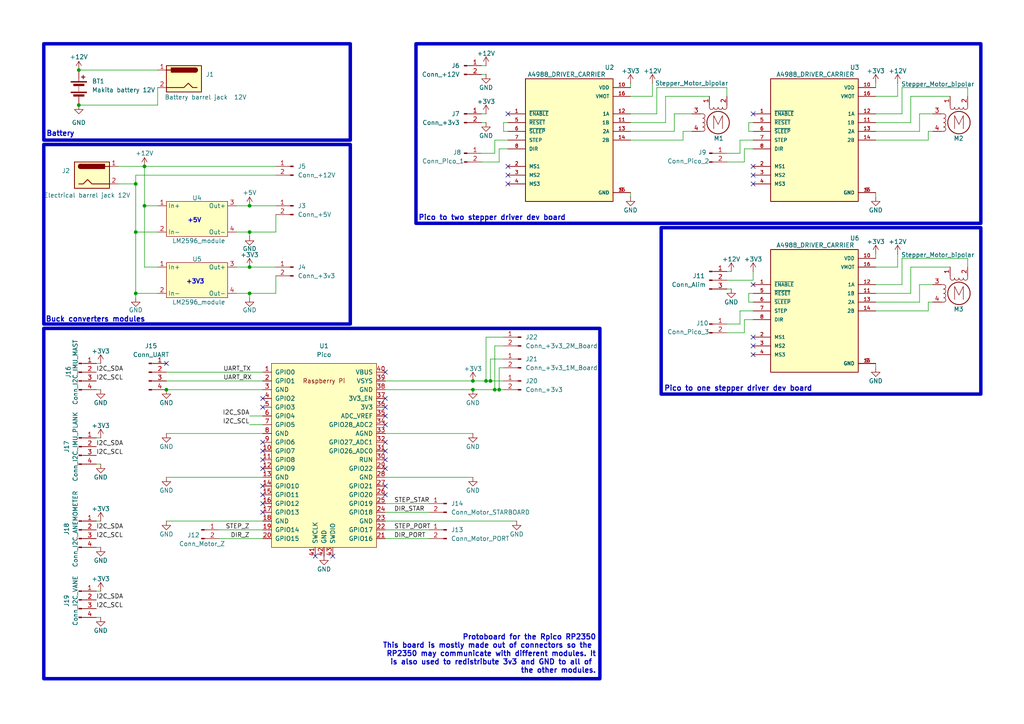
<source format=kicad_sch>
(kicad_sch (version 20231120) (generator "eeschema") (generator_version "8.0")
  (paper "A4")
  (title_block (title "Aeris control electrical schematic") (date "2025-02-23") (rev "Rev. 1.0") (company "Université de Sherbrooke") (comment 1 "Génie robotique, Cohorte 69") (comment 2 "Team nb.5"))
  (lib_symbols
    (symbol "A4988:A4988_STEPPER_MOTOR_DRIVER_CARRIER" (pin_names (offset 1.016))
      (property "Reference" "U" (at -12.7 19.05 0))
      (property "Value" "A4988_STEPPER_MOTOR_DRIVER_CARRIER" (at -12.7 -21.59 0))
      (symbol "A4988_STEPPER_MOTOR_DRIVER_CARRIER_0_0"
        (rectangle (start -12.7 -17.78) (end 12.7 17.78) (stroke (width 0.254)) (fill (type background)))
        (pin input line (at -17.78 7.62 0) (length 5.08) (name "~{ENABLE}") (number "1"))
        (pin power_in line (at 17.78 15.24 180) (length 5.08) (name "VDD") (number "10"))
        (pin output line (at 17.78 5.08 180) (length 5.08) (name "1B") (number "11"))
        (pin output line (at 17.78 7.62 180) (length 5.08) (name "1A") (number "12"))
        (pin output line (at 17.78 2.54 180) (length 5.08) (name "2A") (number "13"))
        (pin output line (at 17.78 0 180) (length 5.08) (name "2B") (number "14"))
        (pin power_in line (at 17.78 -15.24 180) (length 5.08) (name "GND") (number "15"))
        (pin power_in line (at 17.78 12.7 180) (length 5.08) (name "VMOT") (number "16"))
        (pin input line (at -17.78 -7.62 0) (length 5.08) (name "MS1") (number "2"))
        (pin input line (at -17.78 -10.16 0) (length 5.08) (name "MS2") (number "3"))
        (pin input line (at -17.78 -12.7 0) (length 5.08) (name "MS3") (number "4"))
        (pin input line (at -17.78 5.08 0) (length 5.08) (name "~{RESET}") (number "5"))
        (pin input line (at -17.78 2.54 0) (length 5.08) (name "~{SLEEP}") (number "6"))
        (pin input line (at -17.78 0 0) (length 5.08) (name "STEP") (number "7"))
        (pin input line (at -17.78 -2.54 0) (length 5.08) (name "DIR") (number "8"))
        (pin power_in line (at 17.78 -15.24 180) (length 5.08) (name "GND") (number "9"))
      )
    )
    (symbol "Buck_converter_modules:LM2596_Module"
      (property "Reference" "U" (at 0 4.318 0))
      (symbol "LM2596_Module_0_1"
        (rectangle (start -8.89 2.54) (end 8.89 -7.62) (fill (type background)))
      )
      (symbol "LM2596_Module_1_1"
        (pin power_in line (at -11.43 1.27 0) (length 2.54) (name "In+") (number "1"))
        (pin power_in line (at -11.43 -6.35 0) (length 2.54) (name "In-") (number "2"))
        (pin power_out line (at 11.43 1.27 180) (length 2.54) (name "Out+") (number "3"))
        (pin power_out line (at 11.43 -6.35 180) (length 2.54) (name "Out-") (number "4"))
      )
    )
    (symbol "Connector:Barrel_Jack" (pin_names (offset 1.016))
      (property "Reference" "J" (at 0 5.334 0))
      (property "Value" "Barrel_Jack" (at 0 -5.08 0))
      (symbol "Barrel_Jack_0_1"
        (rectangle (start -5.08 3.81) (end 5.08 -3.81) (stroke (width 0.254)) (fill (type background)))
        (arc (start -3.302 3.175) (mid -3.9343 2.54) (end -3.302 1.905) (stroke (width 0.254)))
        (arc (start -3.302 3.175) (mid -3.9343 2.54) (end -3.302 1.905) (stroke (width 0.254)) (fill (type outline)))
        (polyline (pts (xy 5.08 2.54) (xy 3.81 2.54)) (stroke (width 0.254)))
        (polyline (pts (xy -3.81 -2.54) (xy -2.54 -2.54) (xy -1.27 -1.27) (xy 0 -2.54) (xy 2.54 -2.54) (xy 5.08 -2.54)) (stroke (width 0.254)))
        (rectangle (start 3.683 3.175) (end -3.302 1.905) (stroke (width 0.254)) (fill (type outline)))
      )
      (symbol "Barrel_Jack_1_1"
        (pin passive line (at 7.62 2.54 180) (length 2.54) (name "~") (number "1"))
        (pin passive line (at 7.62 -2.54 180) (length 2.54) (name "~") (number "2"))
      )
    )
    (symbol "Connector:Conn_01x02_Pin" (pin_names (offset 1.016) hide)
      (property "Reference" "J" (at 0 2.54 0))
      (property "Value" "Conn_01x02_Pin" (at 0 -5.08 0))
      (symbol "Conn_01x02_Pin_1_1"
        (polyline (pts (xy 1.27 -2.54) (xy 0.8636 -2.54)) (stroke (width 0.1524)))
        (polyline (pts (xy 1.27 0) (xy 0.8636 0)) (stroke (width 0.1524)))
        (rectangle (start 0.8636 -2.413) (end 0 -2.667) (stroke (width 0.1524)) (fill (type outline)))
        (rectangle (start 0.8636 0.127) (end 0 -0.127) (stroke (width 0.1524)) (fill (type outline)))
        (pin passive line (at 5.08 0 180) (length 3.81) (name "Pin_1") (number "1"))
        (pin passive line (at 5.08 -2.54 180) (length 3.81) (name "Pin_2") (number "2"))
      )
    )
    (symbol "Connector:Conn_01x03_Pin" (pin_names (offset 1.016) hide)
      (property "Reference" "J" (at 0 5.08 0))
      (property "Value" "Conn_01x03_Pin" (at 0 -5.08 0))
      (symbol "Conn_01x03_Pin_1_1"
        (polyline (pts (xy 1.27 -2.54) (xy 0.8636 -2.54)) (stroke (width 0.1524)))
        (polyline (pts (xy 1.27 0) (xy 0.8636 0)) (stroke (width 0.1524)))
        (polyline (pts (xy 1.27 2.54) (xy 0.8636 2.54)) (stroke (width 0.1524)))
        (rectangle (start 0.8636 -2.413) (end 0 -2.667) (stroke (width 0.1524)) (fill (type outline)))
        (rectangle (start 0.8636 0.127) (end 0 -0.127) (stroke (width 0.1524)) (fill (type outline)))
        (rectangle (start 0.8636 2.667) (end 0 2.413) (stroke (width 0.1524)) (fill (type outline)))
        (pin passive line (at 5.08 2.54 180) (length 3.81) (name "Pin_1") (number "1"))
        (pin passive line (at 5.08 0 180) (length 3.81) (name "Pin_2") (number "2"))
        (pin passive line (at 5.08 -2.54 180) (length 3.81) (name "Pin_3") (number "3"))
      )
    )
    (symbol "Connector:Conn_01x04_Pin" (pin_names (offset 1.016) hide)
      (property "Reference" "J" (at 0 5.08 0))
      (property "Value" "Conn_01x04_Pin" (at 0 -7.62 0))
      (symbol "Conn_01x04_Pin_1_1"
        (polyline (pts (xy 1.27 -5.08) (xy 0.8636 -5.08)) (stroke (width 0.1524)))
        (polyline (pts (xy 1.27 -2.54) (xy 0.8636 -2.54)) (stroke (width 0.1524)))
        (polyline (pts (xy 1.27 0) (xy 0.8636 0)) (stroke (width 0.1524)))
        (polyline (pts (xy 1.27 2.54) (xy 0.8636 2.54)) (stroke (width 0.1524)))
        (rectangle (start 0.8636 -4.953) (end 0 -5.207) (stroke (width 0.1524)) (fill (type outline)))
        (rectangle (start 0.8636 -2.413) (end 0 -2.667) (stroke (width 0.1524)) (fill (type outline)))
        (rectangle (start 0.8636 0.127) (end 0 -0.127) (stroke (width 0.1524)) (fill (type outline)))
        (rectangle (start 0.8636 2.667) (end 0 2.413) (stroke (width 0.1524)) (fill (type outline)))
        (pin passive line (at 5.08 2.54 180) (length 3.81) (name "Pin_1") (number "1"))
        (pin passive line (at 5.08 0 180) (length 3.81) (name "Pin_2") (number "2"))
        (pin passive line (at 5.08 -2.54 180) (length 3.81) (name "Pin_3") (number "3"))
        (pin passive line (at 5.08 -5.08 180) (length 3.81) (name "Pin_4") (number "4"))
      )
    )
    (symbol "Device:Battery" (pin_numbers hide) (pin_names (offset 0) hide)
      (property "Reference" "BT" (at 2.54 2.54 0))
      (property "Value" "Battery" (at 2.54 0 0))
      (symbol "Battery_0_1"
        (rectangle (start -2.286 -1.27) (end 2.286 -1.524) (fill (type outline)))
        (rectangle (start -2.286 1.778) (end 2.286 1.524) (fill (type outline)))
        (rectangle (start -1.524 -2.032) (end 1.524 -2.54) (fill (type outline)))
        (rectangle (start -1.524 1.016) (end 1.524 0.508) (fill (type outline)))
        (polyline (pts (xy 0 -1.016) (xy 0 -0.762)))
        (polyline (pts (xy 0 -0.508) (xy 0 -0.254)))
        (polyline (pts (xy 0 0) (xy 0 0.254)))
        (polyline (pts (xy 0 1.778) (xy 0 2.54)))
        (polyline (pts (xy 0.762 3.048) (xy 1.778 3.048)) (stroke (width 0.254)))
        (polyline (pts (xy 1.27 3.556) (xy 1.27 2.54)) (stroke (width 0.254)))
      )
      (symbol "Battery_1_1"
        (pin passive line (at 0 5.08 270) (length 2.54) (name "+") (number "1"))
        (pin passive line (at 0 -5.08 90) (length 2.54) (name "-") (number "2"))
      )
    )
    (symbol "Motor:Stepper_Motor_bipolar" (pin_names (offset 0) hide)
      (property "Reference" "M" (at 3.81 2.54 0))
      (property "Value" "Stepper_Motor_bipolar" (at 3.81 1.27 0))
      (symbol "Stepper_Motor_bipolar_0_0"
        (polyline (pts (xy -1.27 -1.778) (xy -1.27 2.032) (xy 0 -0.508) (xy 1.27 2.032) (xy 1.27 -1.778)))
      )
      (symbol "Stepper_Motor_bipolar_0_1"
        (arc (start -4.445 -2.54) (mid -3.8127 -1.905) (end -4.445 -1.27))
        (arc (start -4.445 -1.27) (mid -3.8127 -0.635) (end -4.445 0))
        (arc (start -4.445 0) (mid -3.8127 0.635) (end -4.445 1.27))
        (arc (start -4.445 1.27) (mid -3.8127 1.905) (end -4.445 2.54))
        (arc (start -2.54 4.445) (mid -1.905 3.8127) (end -1.27 4.445))
        (arc (start -1.27 4.445) (mid -0.635 3.8127) (end 0 4.445))
        (polyline (pts (xy -5.08 -2.54) (xy -4.445 -2.54)))
        (polyline (pts (xy -5.08 2.54) (xy -4.445 2.54)))
        (polyline (pts (xy -2.54 5.08) (xy -2.54 4.445)))
        (polyline (pts (xy 2.54 5.08) (xy 2.54 4.445)))
        (circle (center 0 0) (radius 3.2512) (stroke (width 0.254)))
        (arc (start 0 4.445) (mid 0.635 3.8127) (end 1.27 4.445))
        (arc (start 1.27 4.445) (mid 1.905 3.8127) (end 2.54 4.445))
      )
      (symbol "Stepper_Motor_bipolar_1_1"
        (pin passive line (at -2.54 7.62 270) (length 2.54) (name "~") (number "1"))
        (pin passive line (at 2.54 7.62 270) (length 2.54) (name "-") (number "2"))
        (pin passive line (at -7.62 2.54 0) (length 2.54) (name "~") (number "3"))
        (pin passive line (at -7.62 -2.54 0) (length 2.54) (name "~") (number "4"))
      )
    )
    (symbol "RPico:Pico" (pin_names (offset 1.016))
      (property "Reference" "U" (at -13.97 27.94 0))
      (property "Value" "Pico" (at 0 19.05 0))
      (symbol "Pico_0_0"
        (text "Raspberry Pi" (at 0 21.59 0) (effects (font (size 1.27 1.27))))
      )
      (symbol "Pico_0_1"
        (rectangle (start -15.24 26.67) (end 15.24 -26.67) (fill (type background)))
      )
      (symbol "Pico_1_1"
        (pin bidirectional line (at -17.78 24.13 0) (length 2.54) (name "GPIO0") (number "1"))
        (pin bidirectional line (at -17.78 1.27 0) (length 2.54) (name "GPIO7") (number "10"))
        (pin bidirectional line (at -17.78 -1.27 0) (length 2.54) (name "GPIO8") (number "11"))
        (pin bidirectional line (at -17.78 -3.81 0) (length 2.54) (name "GPIO9") (number "12"))
        (pin power_in line (at -17.78 -6.35 0) (length 2.54) (name "GND") (number "13"))
        (pin bidirectional line (at -17.78 -8.89 0) (length 2.54) (name "GPIO10") (number "14"))
        (pin bidirectional line (at -17.78 -11.43 0) (length 2.54) (name "GPIO11") (number "15"))
        (pin bidirectional line (at -17.78 -13.97 0) (length 2.54) (name "GPIO12") (number "16"))
        (pin bidirectional line (at -17.78 -16.51 0) (length 2.54) (name "GPIO13") (number "17"))
        (pin power_in line (at -17.78 -19.05 0) (length 2.54) (name "GND") (number "18"))
        (pin bidirectional line (at -17.78 -21.59 0) (length 2.54) (name "GPIO14") (number "19"))
        (pin bidirectional line (at -17.78 21.59 0) (length 2.54) (name "GPIO1") (number "2"))
        (pin bidirectional line (at -17.78 -24.13 0) (length 2.54) (name "GPIO15") (number "20"))
        (pin bidirectional line (at 17.78 -24.13 180) (length 2.54) (name "GPIO16") (number "21"))
        (pin bidirectional line (at 17.78 -21.59 180) (length 2.54) (name "GPIO17") (number "22"))
        (pin power_in line (at 17.78 -19.05 180) (length 2.54) (name "GND") (number "23"))
        (pin bidirectional line (at 17.78 -16.51 180) (length 2.54) (name "GPIO18") (number "24"))
        (pin bidirectional line (at 17.78 -13.97 180) (length 2.54) (name "GPIO19") (number "25"))
        (pin bidirectional line (at 17.78 -11.43 180) (length 2.54) (name "GPIO20") (number "26"))
        (pin bidirectional line (at 17.78 -8.89 180) (length 2.54) (name "GPIO21") (number "27"))
        (pin power_in line (at 17.78 -6.35 180) (length 2.54) (name "GND") (number "28"))
        (pin bidirectional line (at 17.78 -3.81 180) (length 2.54) (name "GPIO22") (number "29"))
        (pin power_in line (at -17.78 19.05 0) (length 2.54) (name "GND") (number "3"))
        (pin input line (at 17.78 -1.27 180) (length 2.54) (name "RUN") (number "30"))
        (pin bidirectional line (at 17.78 1.27 180) (length 2.54) (name "GPIO26_ADC0") (number "31"))
        (pin bidirectional line (at 17.78 3.81 180) (length 2.54) (name "GPIO27_ADC1") (number "32"))
        (pin power_in line (at 17.78 6.35 180) (length 2.54) (name "AGND") (number "33"))
        (pin bidirectional line (at 17.78 8.89 180) (length 2.54) (name "GPIO28_ADC2") (number "34"))
        (pin unspecified line (at 17.78 11.43 180) (length 2.54) (name "ADC_VREF") (number "35"))
        (pin unspecified line (at 17.78 13.97 180) (length 2.54) (name "3V3") (number "36"))
        (pin input line (at 17.78 16.51 180) (length 2.54) (name "3V3_EN") (number "37"))
        (pin bidirectional line (at 17.78 19.05 180) (length 2.54) (name "GND") (number "38"))
        (pin unspecified line (at 17.78 21.59 180) (length 2.54) (name "VSYS") (number "39"))
        (pin bidirectional line (at -17.78 16.51 0) (length 2.54) (name "GPIO2") (number "4"))
        (pin unspecified line (at 17.78 24.13 180) (length 2.54) (name "VBUS") (number "40"))
        (pin input line (at -2.54 -29.21 90) (length 2.54) (name "SWCLK") (number "41"))
        (pin power_in line (at 0 -29.21 90) (length 2.54) (name "GND") (number "42"))
        (pin bidirectional line (at 2.54 -29.21 90) (length 2.54) (name "SWDIO") (number "43"))
        (pin bidirectional line (at -17.78 13.97 0) (length 2.54) (name "GPIO3") (number "5"))
        (pin bidirectional line (at -17.78 11.43 0) (length 2.54) (name "GPIO4") (number "6"))
        (pin bidirectional line (at -17.78 8.89 0) (length 2.54) (name "GPIO5") (number "7"))
        (pin power_in line (at -17.78 6.35 0) (length 2.54) (name "GND") (number "8"))
        (pin bidirectional line (at -17.78 3.81 0) (length 2.54) (name "GPIO6") (number "9"))
      )
    )
    (symbol "power:+12V" (power) (pin_numbers hide) (pin_names (offset 0) hide)
      (property "Value" "+12V" (at 0 3.556 0))
      (symbol "+12V_0_1"
        (polyline (pts (xy -0.762 1.27) (xy 0 2.54)))
        (polyline (pts (xy 0 0) (xy 0 2.54)))
        (polyline (pts (xy 0 2.54) (xy 0.762 1.27)))
      )
      (symbol "+12V_1_1"
        (pin power_in line (at 0 0 90) (length 0) (name "~") (number "1"))
      )
    )
    (symbol "power:+3V3" (power) (pin_numbers hide) (pin_names (offset 0) hide)
      (property "Value" "+3V3" (at 0 3.556 0))
      (symbol "+3V3_0_1"
        (polyline (pts (xy -0.762 1.27) (xy 0 2.54)))
        (polyline (pts (xy 0 0) (xy 0 2.54)))
        (polyline (pts (xy 0 2.54) (xy 0.762 1.27)))
      )
      (symbol "+3V3_1_1"
        (pin power_in line (at 0 0 90) (length 0) (name "~") (number "1"))
      )
    )
    (symbol "power:+5V" (power) (pin_numbers hide) (pin_names (offset 0) hide)
      (property "Value" "+5V" (at 0 3.556 0))
      (symbol "+5V_0_1"
        (polyline (pts (xy -0.762 1.27) (xy 0 2.54)))
        (polyline (pts (xy 0 0) (xy 0 2.54)))
        (polyline (pts (xy 0 2.54) (xy 0.762 1.27)))
      )
      (symbol "+5V_1_1"
        (pin power_in line (at 0 0 90) (length 0) (name "~") (number "1"))
      )
    )
    (symbol "power:GND" (power) (pin_numbers hide) (pin_names (offset 0) hide)
      (property "Value" "GND" (at 0 -3.81 0))
      (symbol "GND_0_1"
        (polyline (pts (xy 0 0) (xy 0 -1.27) (xy 1.27 -1.27) (xy 0 -2.54) (xy -1.27 -1.27) (xy 0 -1.27)))
      )
      (symbol "GND_1_1"
        (pin power_in line (at 0 0 270) (length 0) (name "~") (number "1"))
      )
    )
  )
  (junction (at 39.37 67.31))
  (junction (at 48.26 113.03))
  (junction (at 137.16 113.03))
  (junction (at 142.24 110.49))
  (junction (at 144.78 113.03))
  (junction (at 72.39 59.69))
  (junction (at 137.16 110.49))
  (junction (at 22.86 20.32))
  (junction (at 39.37 85.09))
  (junction (at 72.39 67.31))
  (junction (at 143.51 113.03))
  (junction (at 41.91 48.26))
  (junction (at 39.37 53.34))
  (junction (at 22.86 30.48))
  (junction (at 41.91 59.69))
  (junction (at 72.39 77.47))
  (junction (at 140.97 110.49))
  (junction (at 72.39 85.09))
  (no_connect (at 147.32 50.8))
  (no_connect (at 76.2 146.05))
  (no_connect (at 76.2 115.57))
  (no_connect (at 218.44 102.87))
  (no_connect (at 111.76 120.65))
  (no_connect (at 48.26 105.41))
  (no_connect (at 111.76 115.57))
  (no_connect (at 111.76 133.35))
  (no_connect (at 218.44 53.34))
  (no_connect (at 111.76 107.95))
  (no_connect (at 218.44 97.79))
  (no_connect (at 111.76 130.81))
  (no_connect (at 76.2 135.89))
  (no_connect (at 111.76 118.11))
  (no_connect (at 76.2 133.35))
  (no_connect (at 111.76 128.27))
  (no_connect (at 91.44 161.29))
  (no_connect (at 111.76 135.89))
  (no_connect (at 111.76 140.97))
  (no_connect (at 147.32 48.26))
  (no_connect (at 76.2 118.11))
  (no_connect (at 218.44 33.02))
  (no_connect (at 147.32 33.02))
  (no_connect (at 96.52 161.29))
  (no_connect (at 218.44 48.26))
  (no_connect (at 76.2 143.51))
  (no_connect (at 218.44 100.33))
  (no_connect (at 111.76 143.51))
  (no_connect (at 218.44 82.55))
  (no_connect (at 76.2 148.59))
  (no_connect (at 111.76 123.19))
  (no_connect (at 76.2 128.27))
  (no_connect (at 76.2 130.81))
  (no_connect (at 147.32 53.34))
  (no_connect (at 76.2 140.97))
  (no_connect (at 218.44 50.8))
  (wire (pts (xy 264.16 85.09) (xy 264.16 77.47)))
  (wire (pts (xy 146.05 97.79) (xy 140.97 97.79)))
  (wire (pts (xy 41.91 59.69) (xy 45.72 59.69)))
  (wire (pts (xy 142.24 110.49) (xy 146.05 110.49)))
  (wire (pts (xy 217.17 38.1) (xy 218.44 38.1)))
  (wire (pts (xy 261.62 82.55) (xy 261.62 74.93)))
  (wire (pts (xy 210.82 44.45) (xy 214.63 44.45)))
  (wire (pts (xy 214.63 44.45) (xy 214.63 40.64)))
  (wire (pts (xy 254 85.09) (xy 264.16 85.09)))
  (wire (pts (xy 137.16 125.73) (xy 111.76 125.73)))
  (wire (pts (xy 39.37 85.09) (xy 45.72 85.09)))
  (wire (pts (xy 190.5 25.4) (xy 210.82 25.4)))
  (wire (pts (xy 111.76 156.21) (xy 124.46 156.21)))
  (wire (pts (xy 182.88 57.15) (xy 182.88 55.88)))
  (wire (pts (xy 137.16 113.03) (xy 111.76 113.03)))
  (wire (pts (xy 34.29 53.34) (xy 39.37 53.34)))
  (wire (pts (xy 72.39 120.65) (xy 76.2 120.65)))
  (wire (pts (xy 210.82 93.98) (xy 214.63 93.98)))
  (wire (pts (xy 68.58 85.09) (xy 72.39 85.09)))
  (wire (pts (xy 80.01 50.8) (xy 39.37 50.8)))
  (wire (pts (xy 72.39 85.09) (xy 80.01 85.09)))
  (wire (pts (xy 269.24 90.17) (xy 269.24 87.63)))
  (wire (pts (xy 280.67 74.93) (xy 280.67 77.47)))
  (wire (pts (xy 210.82 78.74) (xy 212.09 78.74)))
  (wire (pts (xy 264.16 35.56) (xy 264.16 27.94)))
  (wire (pts (xy 72.39 123.19) (xy 76.2 123.19)))
  (wire (pts (xy 182.88 27.94) (xy 189.23 27.94)))
  (wire (pts (xy 146.05 104.14) (xy 142.24 104.14)))
  (wire (pts (xy 210.82 46.99) (xy 215.9 46.99)))
  (wire (pts (xy 269.24 38.1) (xy 270.51 38.1)))
  (wire (pts (xy 144.78 43.18) (xy 147.32 43.18)))
  (wire (pts (xy 198.12 40.64) (xy 198.12 38.1)))
  (wire (pts (xy 48.26 110.49) (xy 76.2 110.49)))
  (wire (pts (xy 68.58 67.31) (xy 72.39 67.31)))
  (wire (pts (xy 182.88 24.13) (xy 182.88 25.4)))
  (wire (pts (xy 254 73.66) (xy 254 74.93)))
  (wire (pts (xy 72.39 86.36) (xy 72.39 85.09)))
  (wire (pts (xy 254 27.94) (xy 260.35 27.94)))
  (wire (pts (xy 137.16 110.49) (xy 140.97 110.49)))
  (wire (pts (xy 63.5 153.67) (xy 76.2 153.67)))
  (wire (pts (xy 143.51 40.64) (xy 147.32 40.64)))
  (wire (pts (xy 22.86 30.48) (xy 45.72 30.48)))
  (wire (pts (xy 48.26 138.43) (xy 76.2 138.43)))
  (wire (pts (xy 182.88 33.02) (xy 190.5 33.02)))
  (wire (pts (xy 143.51 113.03) (xy 144.78 113.03)))
  (wire (pts (xy 269.24 40.64) (xy 269.24 38.1)))
  (wire (pts (xy 215.9 96.52) (xy 215.9 92.71)))
  (wire (pts (xy 260.35 27.94) (xy 260.35 24.13)))
  (wire (pts (xy 147.32 35.56) (xy 146.05 35.56)))
  (wire (pts (xy 34.29 48.26) (xy 41.91 48.26)))
  (wire (pts (xy 137.16 113.03) (xy 143.51 113.03)))
  (wire (pts (xy 218.44 81.28) (xy 218.44 78.74)))
  (wire (pts (xy 143.51 44.45) (xy 143.51 40.64)))
  (wire (pts (xy 254 35.56) (xy 264.16 35.56)))
  (wire (pts (xy 264.16 27.94) (xy 275.59 27.94)))
  (wire (pts (xy 218.44 35.56) (xy 217.17 35.56)))
  (wire (pts (xy 254 40.64) (xy 269.24 40.64)))
  (wire (pts (xy 143.51 100.33) (xy 143.51 113.03)))
  (wire (pts (xy 217.17 85.09) (xy 217.17 87.63)))
  (wire (pts (xy 193.04 27.94) (xy 205.74 27.94)))
  (wire (pts (xy 27.94 105.41) (xy 29.21 105.41)))
  (wire (pts (xy 139.7 44.45) (xy 143.51 44.45)))
  (wire (pts (xy 215.9 46.99) (xy 215.9 43.18)))
  (wire (pts (xy 72.39 59.69) (xy 80.01 59.69)))
  (wire (pts (xy 260.35 77.47) (xy 260.35 73.66)))
  (wire (pts (xy 27.94 113.03) (xy 29.21 113.03)))
  (wire (pts (xy 193.04 35.56) (xy 193.04 27.94)))
  (wire (pts (xy 27.94 134.62) (xy 29.21 134.62)))
  (wire (pts (xy 182.88 40.64) (xy 198.12 40.64)))
  (wire (pts (xy 72.39 67.31) (xy 80.01 67.31)))
  (wire (pts (xy 195.58 38.1) (xy 195.58 33.02)))
  (wire (pts (xy 63.5 156.21) (xy 76.2 156.21)))
  (wire (pts (xy 266.7 33.02) (xy 270.51 33.02)))
  (wire (pts (xy 144.78 113.03) (xy 146.05 113.03)))
  (wire (pts (xy 217.17 87.63) (xy 218.44 87.63)))
  (wire (pts (xy 254 87.63) (xy 266.7 87.63)))
  (wire (pts (xy 68.58 77.47) (xy 72.39 77.47)))
  (wire (pts (xy 261.62 33.02) (xy 261.62 25.4)))
  (wire (pts (xy 144.78 46.99) (xy 144.78 43.18)))
  (wire (pts (xy 144.78 106.68) (xy 144.78 113.03)))
  (wire (pts (xy 140.97 110.49) (xy 142.24 110.49)))
  (wire (pts (xy 111.76 146.05) (xy 124.46 146.05)))
  (wire (pts (xy 254 90.17) (xy 269.24 90.17)))
  (wire (pts (xy 146.05 100.33) (xy 143.51 100.33)))
  (wire (pts (xy 111.76 153.67) (xy 124.46 153.67)))
  (wire (pts (xy 48.26 107.95) (xy 76.2 107.95)))
  (wire (pts (xy 210.82 96.52) (xy 215.9 96.52)))
  (wire (pts (xy 139.7 46.99) (xy 144.78 46.99)))
  (wire (pts (xy 146.05 38.1) (xy 147.32 38.1)))
  (wire (pts (xy 266.7 82.55) (xy 270.51 82.55)))
  (wire (pts (xy 149.86 151.13) (xy 111.76 151.13)))
  (wire (pts (xy 269.24 87.63) (xy 270.51 87.63)))
  (wire (pts (xy 139.7 35.56) (xy 140.97 35.56)))
  (wire (pts (xy 182.88 35.56) (xy 193.04 35.56)))
  (wire (pts (xy 210.82 81.28) (xy 218.44 81.28)))
  (wire (pts (xy 39.37 86.36) (xy 39.37 85.09)))
  (wire (pts (xy 210.82 83.82) (xy 212.09 83.82)))
  (wire (pts (xy 215.9 92.71) (xy 218.44 92.71)))
  (wire (pts (xy 214.63 93.98) (xy 214.63 90.17)))
  (wire (pts (xy 139.7 21.59) (xy 140.97 21.59)))
  (wire (pts (xy 137.16 138.43) (xy 111.76 138.43)))
  (wire (pts (xy 280.67 25.4) (xy 280.67 27.94)))
  (wire (pts (xy 254 33.02) (xy 261.62 33.02)))
  (wire (pts (xy 41.91 48.26) (xy 80.01 48.26)))
  (wire (pts (xy 41.91 59.69) (xy 41.91 77.47)))
  (wire (pts (xy 39.37 50.8) (xy 39.37 53.34)))
  (wire (pts (xy 217.17 35.56) (xy 217.17 38.1)))
  (wire (pts (xy 214.63 40.64) (xy 218.44 40.64)))
  (wire (pts (xy 68.58 59.69) (xy 72.39 59.69)))
  (wire (pts (xy 254 24.13) (xy 254 25.4)))
  (wire (pts (xy 39.37 67.31) (xy 45.72 67.31)))
  (wire (pts (xy 254 82.55) (xy 261.62 82.55)))
  (wire (pts (xy 198.12 38.1) (xy 200.66 38.1)))
  (wire (pts (xy 41.91 48.26) (xy 41.91 59.69)))
  (wire (pts (xy 27.94 158.75) (xy 29.21 158.75)))
  (wire (pts (xy 195.58 33.02) (xy 200.66 33.02)))
  (wire (pts (xy 218.44 85.09) (xy 217.17 85.09)))
  (wire (pts (xy 261.62 74.93) (xy 280.67 74.93)))
  (wire (pts (xy 72.39 77.47) (xy 80.01 77.47)))
  (wire (pts (xy 261.62 25.4) (xy 280.67 25.4)))
  (wire (pts (xy 214.63 90.17) (xy 218.44 90.17)))
  (wire (pts (xy 190.5 33.02) (xy 190.5 25.4)))
  (wire (pts (xy 27.94 171.45) (xy 29.21 171.45)))
  (wire (pts (xy 39.37 67.31) (xy 39.37 85.09)))
  (wire (pts (xy 210.82 25.4) (xy 210.82 27.94)))
  (wire (pts (xy 80.01 67.31) (xy 80.01 62.23)))
  (wire (pts (xy 139.7 19.05) (xy 140.97 19.05)))
  (wire (pts (xy 48.26 151.13) (xy 76.2 151.13)))
  (wire (pts (xy 45.72 30.48) (xy 45.72 25.4)))
  (wire (pts (xy 264.16 77.47) (xy 275.59 77.47)))
  (wire (pts (xy 48.26 125.73) (xy 76.2 125.73)))
  (wire (pts (xy 266.7 38.1) (xy 266.7 33.02)))
  (wire (pts (xy 254 57.15) (xy 254 55.88)))
  (wire (pts (xy 111.76 148.59) (xy 124.46 148.59)))
  (wire (pts (xy 266.7 87.63) (xy 266.7 82.55)))
  (wire (pts (xy 22.86 20.32) (xy 45.72 20.32)))
  (wire (pts (xy 39.37 53.34) (xy 39.37 67.31)))
  (wire (pts (xy 27.94 127) (xy 29.21 127)))
  (wire (pts (xy 27.94 179.07) (xy 29.21 179.07)))
  (wire (pts (xy 27.94 151.13) (xy 29.21 151.13)))
  (wire (pts (xy 72.39 68.58) (xy 72.39 67.31)))
  (wire (pts (xy 146.05 35.56) (xy 146.05 38.1)))
  (wire (pts (xy 189.23 27.94) (xy 189.23 24.13)))
  (wire (pts (xy 146.05 106.68) (xy 144.78 106.68)))
  (wire (pts (xy 140.97 97.79) (xy 140.97 110.49)))
  (wire (pts (xy 254 106.68) (xy 254 105.41)))
  (wire (pts (xy 111.76 110.49) (xy 137.16 110.49)))
  (wire (pts (xy 41.91 77.47) (xy 45.72 77.47)))
  (wire (pts (xy 182.88 38.1) (xy 195.58 38.1)))
  (wire (pts (xy 80.01 85.09) (xy 80.01 80.01)))
  (wire (pts (xy 254 77.47) (xy 260.35 77.47)))
  (wire (pts (xy 142.24 104.14) (xy 142.24 110.49)))
  (wire (pts (xy 48.26 113.03) (xy 76.2 113.03)))
  (wire (pts (xy 254 38.1) (xy 266.7 38.1)))
  (wire (pts (xy 139.7 33.02) (xy 140.97 33.02)))
  (wire (pts (xy 215.9 43.18) (xy 218.44 43.18)))
  (rectangle (start 12.7 12.7) (end 101.6 40.64) (stroke (width 1)))
  (rectangle (start 120.65 12.7) (end 284.48 64.77) (stroke (width 1)))
  (rectangle (start 191.77 66.04) (end 284.48 114.3) (stroke (width 1)))
  (rectangle (start 12.7 41.91) (end 101.6 93.98) (stroke (width 1)))
  (rectangle (start 12.7 95.25) (end 173.99 196.85) (stroke (width 1)))
  (text "+3V3" (at 56.642 81.788 0) (effects (font (size 1.27 1.27) (thickness 0.254) (bold yes))))
  (text "Buck converters modules" (at 27.686 92.71 0) (effects (font (size 1.5 1.5) (thickness 0.3) (bold yes))))
  (text "Protoboard for the Rpico RP2350\nThis board is mostly made out of connectors so the \nRP2350 may communicate with different modules. It\nis also used to redistribute 3v3 and GND to all of \nthe other modules." (at 172.974 189.738 0) (effects (font (size 1.5 1.5) (thickness 0.3) (bold yes)) (justify right)))
  (text "Battery" (at 17.526 38.862 0) (effects (font (size 1.5 1.5) (thickness 0.3) (bold yes))))
  (text "Pico to two stepper driver dev board" (at 142.748 63.246 0) (effects (font (size 1.5 1.5) (thickness 0.3) (bold yes))))
  (text "Pico to one stepper driver dev board" (at 214.122 112.776 0) (effects (font (size 1.5 1.5) (thickness 0.3) (bold yes))))
  (text "+5V" (at 56.388 64.008 0) (effects (font (size 1.27 1.27) (thickness 0.254) (bold yes))))
  (label "UART_RX" (at 64.77 110.49 0))
  (label "UART_TX" (at 64.77 107.95 0))
  (label "DIR_PORT" (at 114.3 156.21 0))
  (label "STEP_STAR" (at 114.3 146.05 0))
  (label "I2C_SCL" (at 27.94 132.08 0))
  (label "I2C_SDA" (at 72.39 120.65 180))
  (label "STEP_PORT" (at 114.3 153.67 0))
  (label "DIR_Z" (at 72.39 156.21 180))
  (label "I2C_SDA" (at 27.94 129.54 0))
  (label "I2C_SDA" (at 27.94 107.95 0))
  (label "STEP_Z" (at 72.39 153.67 180))
  (label "I2C_SCL" (at 27.94 110.49 0))
  (label "I2C_SDA" (at 27.94 173.99 0))
  (label "DIR_STAR" (at 114.3 148.59 0))
  (label "I2C_SCL" (at 72.39 123.19 180))
  (label "I2C_SCL" (at 27.94 156.21 0))
  (label "I2C_SDA" (at 27.94 153.67 0))
  (label "I2C_SCL" (at 27.94 176.53 0))
  (symbol (lib_id "power:+3V3") (at 29.21 151.13 0) (unit 1)
    (property "Reference" "#PWR041" (effects (hide yes)))
    (property "Value" "+3V3" (at 29.21 147.574 0))
    (property "Description" "Power symbol creates a global label with name \"+3V3\"" (effects (hide yes)))
  )
  (symbol (lib_id "power:GND") (at 22.86 30.48 0) (unit 1)
    (property "Reference" "#PWR02" (effects (hide yes)))
    (property "Value" "GND" (at 22.86 35.56 0))
    (property "Description" "Power symbol creates a global label with name \"GND\" , ground" (effects (hide yes)))
  )
  (symbol (lib_id "Connector:Conn_01x02_Pin") (at 85.09 59.69 0) (mirror y) (unit 1)
    (property "Reference" "J3" (at 86.36 59.6899 0) (effects (justify right)))
    (property "Value" "Conn_+5V" (at 86.36 62.2299 0) (effects (justify right)))
    (property "Description" "Generic connector, single row, 01x02, script generated" (effects (hide yes)))
  )
  (symbol (lib_id "power:GND") (at 29.21 134.62 0) (unit 1)
    (property "Reference" "#PWR036" (effects (hide yes)))
    (property "Value" "GND" (at 29.21 138.43 0))
    (property "Description" "Power symbol creates a global label with name \"GND\" , ground" (effects (hide yes)))
  )
  (symbol (lib_id "power:+12V") (at 189.23 24.13 0) (unit 1)
    (property "Reference" "#PWR03" (effects (hide yes)))
    (property "Value" "+12V" (at 189.23 20.574 0))
    (property "Description" "Power symbol creates a global label with name \"+12V\"" (effects (hide yes)))
  )
  (symbol (lib_id "power:+3V3") (at 254 73.66 0) (unit 1)
    (property "Reference" "#PWR029" (effects (hide yes)))
    (property "Value" "+3V3" (at 254 70.104 0))
    (property "Description" "Power symbol creates a global label with name \"+3V3\"" (effects (hide yes)))
  )
  (symbol (lib_id "A4988:A4988_STEPPER_MOTOR_DRIVER_CARRIER") (at 165.1 40.64 0) (unit 1)
    (property "Reference" "U2" (at 176.784 19.558 0))
    (property "Value" "A4988_DRIVER_CARRIER" (at 164.338 21.59 0))
    (property "Footprint" "A4988_STEPPER_MOTOR_DRIVER_CARRIER:MODULE_A4988_STEPPER_MOTOR_DRIVER_CARRIER" (effects (hide yes)))
    (property "MF" "Pololu" (effects (hide yes)))
    (property "DESCRIPTION" "Stepper motor controler; IC: A4988; 1A; Uin mot: 8÷35V" (effects (hide yes)))
    (property "PACKAGE" "None" (effects (hide yes)))
    (property "PRICE" "None" (effects (hide yes)))
    (property "Package" "None" (effects (hide yes)))
    (property "Check_prices" "https://www.snapeda.com/parts/A4988%20STEPPER%20MOTOR%20DRIVER%20CARRIER/Pololu/view-part/?ref=eda" (effects (hide yes)))
    (property "Price" "None" (effects (hide yes)))
    (property "SnapEDA_Link" "https://www.snapeda.com/parts/A4988%20STEPPER%20MOTOR%20DRIVER%20CARRIER/Pololu/view-part/?ref=snap" (effects (hide yes)))
    (property "MP" "A4988 STEPPER MOTOR DRIVER CARRIER" (effects (hide yes)))
    (property "Availability" "Not in stock" (effects (hide yes)))
    (property "AVAILABILITY" "Unavailable" (effects (hide yes)))
    (property "Description_1" "\n                        \n                            Stepper Motor Driver\n                        \n" (effects (hide yes)))
  )
  (symbol (lib_id "Connector:Barrel_Jack") (at 53.34 22.86 0) (mirror y) (unit 1)
    (property "Reference" "J1" (at 59.69 21.5899 0) (effects (justify right)))
    (property "Value" "Battery barrel jack  12V" (at 47.752 28.194 0) (effects (justify right)))
    (property "Description" "DC Barrel Jack" (effects (hide yes)))
  )
  (symbol (lib_id "RPico:Pico") (at 93.98 132.08 0) (unit 1)
    (property "Reference" "U1" (at 93.98 100.33 0))
    (property "Value" "Pico" (at 93.98 102.87 0))
    (property "Footprint" "RPi_Pico:RPi_Pico_SMD_TH" (effects (hide yes)))
  )
  (symbol (lib_id "power:+3V3") (at 140.97 33.02 0) (unit 1)
    (property "Reference" "#PWR027" (effects (hide yes)))
    (property "Value" "+3V3" (at 140.97 29.464 0))
    (property "Description" "Power symbol creates a global label with name \"+3V3\"" (effects (hide yes)))
  )
  (symbol (lib_id "power:GND") (at 29.21 179.07 0) (unit 1)
    (property "Reference" "#PWR038" (effects (hide yes)))
    (property "Value" "GND" (at 29.21 182.88 0))
    (property "Description" "Power symbol creates a global label with name \"GND\" , ground" (effects (hide yes)))
  )
  (symbol (lib_id "Connector:Conn_01x02_Pin") (at 134.62 44.45 0) (unit 1)
    (property "Reference" "J8" (at 132.588 44.196 0))
    (property "Value" "Conn_Pico_1" (at 128.524 46.736 0))
    (property "Description" "Generic connector, single row, 01x02, script generated" (effects (hide yes)))
  )
  (symbol (lib_id "power:+3V3") (at 218.44 78.74 0) (unit 1)
    (property "Reference" "#PWR033" (effects (hide yes)))
    (property "Value" "+3V3" (at 218.44 75.184 0))
    (property "Description" "Power symbol creates a global label with name \"+3V3\"" (effects (hide yes)))
  )
  (symbol (lib_id "power:GND") (at 48.26 151.13 0) (unit 1)
    (property "Reference" "#PWR07" (effects (hide yes)))
    (property "Value" "GND" (at 48.26 154.94 0))
    (property "Description" "Power symbol creates a global label with name \"GND\" , ground" (effects (hide yes)))
  )
  (symbol (lib_id "power:GND") (at 212.09 83.82 0) (unit 1)
    (property "Reference" "#PWR034" (effects (hide yes)))
    (property "Value" "GND" (at 212.09 87.63 0))
    (property "Description" "Power symbol creates a global label with name \"GND\" , ground" (effects (hide yes)))
  )
  (symbol (lib_id "power:+12V") (at 212.09 78.74 0) (unit 1)
    (property "Reference" "#PWR032" (effects (hide yes)))
    (property "Value" "+12V" (at 212.09 75.184 0))
    (property "Description" "Power symbol creates a global label with name \"+12V\"" (effects (hide yes)))
  )
  (symbol (lib_id "power:GND") (at 29.21 158.75 0) (unit 1)
    (property "Reference" "#PWR037" (effects (hide yes)))
    (property "Value" "GND" (at 29.21 162.56 0))
    (property "Description" "Power symbol creates a global label with name \"GND\" , ground" (effects (hide yes)))
  )
  (symbol (lib_id "power:+3V3") (at 254 24.13 0) (unit 1)
    (property "Reference" "#PWR016" (effects (hide yes)))
    (property "Value" "+3V3" (at 254 20.574 0))
    (property "Description" "Power symbol creates a global label with name \"+3V3\"" (effects (hide yes)))
  )
  (symbol (lib_id "power:+3V3") (at 29.21 171.45 0) (unit 1)
    (property "Reference" "#PWR042" (effects (hide yes)))
    (property "Value" "+3V3" (at 29.21 167.894 0))
    (property "Description" "Power symbol creates a global label with name \"+3V3\"" (effects (hide yes)))
  )
  (symbol (lib_id "power:GND") (at 72.39 86.36 0) (unit 1)
    (property "Reference" "#PWR021" (effects (hide yes)))
    (property "Value" "GND" (at 72.39 89.916 0))
    (property "Description" "Power symbol creates a global label with name \"GND\" , ground" (effects (hide yes)))
  )
  (symbol (lib_id "Connector:Conn_01x02_Pin") (at 134.62 19.05 0) (unit 1)
    (property "Reference" "J6" (at 133.35 19.0499 0) (effects (justify right)))
    (property "Value" "Conn_+12V" (at 133.35 21.5899 0) (effects (justify right)))
    (property "Description" "Generic connector, single row, 01x02, script generated" (effects (hide yes)))
  )
  (symbol (lib_id "Connector:Conn_01x02_Pin") (at 151.13 104.14 0) (mirror y) (unit 1)
    (property "Reference" "J21" (at 152.4 104.1399 0) (effects (justify right)))
    (property "Value" "Conn_+3v3_1M_Board" (at 152.4 106.6799 0) (effects (justify right)))
    (property "Description" "Generic connector, single row, 01x02, script generated" (effects (hide yes)))
  )
  (symbol (lib_id "power:GND") (at 137.16 138.43 0) (mirror y) (unit 1)
    (property "Reference" "#PWR013" (effects (hide yes)))
    (property "Value" "GND" (at 137.16 142.24 0))
    (property "Description" "Power symbol creates a global label with name \"GND\" , ground" (effects (hide yes)))
  )
  (symbol (lib_id "power:GND") (at 254 57.15 0) (unit 1)
    (property "Reference" "#PWR017" (effects (hide yes)))
    (property "Value" "GND" (at 254 60.96 0))
    (property "Description" "Power symbol creates a global label with name \"GND\" , ground" (effects (hide yes)))
  )
  (symbol (lib_id "power:GND") (at 137.16 113.03 0) (mirror y) (unit 1)
    (property "Reference" "#PWR011" (effects (hide yes)))
    (property "Value" "GND" (at 137.16 116.84 0))
    (property "Description" "Power symbol creates a global label with name \"GND\" , ground" (effects (hide yes)))
  )
  (symbol (lib_id "Connector:Conn_01x04_Pin") (at 22.86 129.54 0) (unit 1)
    (property "Reference" "J17" (at 19.304 129.54 90))
    (property "Value" "Conn_I2C_IMU_PLANK" (at 21.844 129.54 90))
    (property "Description" "Generic connector, single row, 01x04, script generated" (effects (hide yes)))
  )
  (symbol (lib_id "A4988:A4988_STEPPER_MOTOR_DRIVER_CARRIER") (at 236.22 90.17 0) (unit 1)
    (property "Reference" "U6" (at 247.904 69.088 0))
    (property "Value" "A4988_DRIVER_CARRIER" (at 236.474 71.12 0))
    (property "Footprint" "A4988_STEPPER_MOTOR_DRIVER_CARRIER:MODULE_A4988_STEPPER_MOTOR_DRIVER_CARRIER" (effects (hide yes)))
    (property "MF" "Pololu" (effects (hide yes)))
    (property "DESCRIPTION" "Stepper motor controler; IC: A4988; 1A; Uin mot: 8÷35V" (effects (hide yes)))
    (property "PACKAGE" "None" (effects (hide yes)))
    (property "PRICE" "None" (effects (hide yes)))
    (property "Package" "None" (effects (hide yes)))
    (property "Check_prices" "https://www.snapeda.com/parts/A4988%20STEPPER%20MOTOR%20DRIVER%20CARRIER/Pololu/view-part/?ref=eda" (effects (hide yes)))
    (property "Price" "None" (effects (hide yes)))
    (property "SnapEDA_Link" "https://www.snapeda.com/parts/A4988%20STEPPER%20MOTOR%20DRIVER%20CARRIER/Pololu/view-part/?ref=snap" (effects (hide yes)))
    (property "MP" "A4988 STEPPER MOTOR DRIVER CARRIER" (effects (hide yes)))
    (property "Availability" "Not in stock" (effects (hide yes)))
    (property "AVAILABILITY" "Unavailable" (effects (hide yes)))
    (property "Description_1" "\n                        \n                            Stepper Motor Driver\n                        \n" (effects (hide yes)))
  )
  (symbol (lib_id "power:GND") (at 137.16 125.73 0) (mirror y) (unit 1)
    (property "Reference" "#PWR012" (effects (hide yes)))
    (property "Value" "GND" (at 137.16 129.54 0))
    (property "Description" "Power symbol creates a global label with name \"GND\" , ground" (effects (hide yes)))
  )
  (symbol (lib_id "Connector:Conn_01x02_Pin") (at 129.54 153.67 0) (mirror y) (unit 1)
    (property "Reference" "J13" (at 130.81 153.6699 0) (effects (justify right)))
    (property "Value" "Conn_Motor_PORT" (at 130.81 156.2099 0) (effects (justify right)))
    (property "Description" "Generic connector, single row, 01x02, script generated" (effects (hide yes)))
  )
  (symbol (lib_id "power:+3V3") (at 29.21 105.41 0) (unit 1)
    (property "Reference" "#PWR039" (effects (hide yes)))
    (property "Value" "+3V3" (at 29.21 101.854 0))
    (property "Description" "Power symbol creates a global label with name \"+3V3\"" (effects (hide yes)))
  )
  (symbol (lib_id "power:+3V3") (at 182.88 24.13 0) (unit 1)
    (property "Reference" "#PWR04" (effects (hide yes)))
    (property "Value" "+3V3" (at 182.88 20.574 0))
    (property "Description" "Power symbol creates a global label with name \"+3V3\"" (effects (hide yes)))
  )
  (symbol (lib_id "A4988:A4988_STEPPER_MOTOR_DRIVER_CARRIER") (at 236.22 40.64 0) (unit 1)
    (property "Reference" "U3" (at 247.904 19.558 0))
    (property "Value" "A4988_DRIVER_CARRIER" (at 236.474 21.59 0))
    (property "Footprint" "A4988_STEPPER_MOTOR_DRIVER_CARRIER:MODULE_A4988_STEPPER_MOTOR_DRIVER_CARRIER" (effects (hide yes)))
    (property "MF" "Pololu" (effects (hide yes)))
    (property "DESCRIPTION" "Stepper motor controler; IC: A4988; 1A; Uin mot: 8÷35V" (effects (hide yes)))
    (property "PACKAGE" "None" (effects (hide yes)))
    (property "PRICE" "None" (effects (hide yes)))
    (property "Package" "None" (effects (hide yes)))
    (property "Check_prices" "https://www.snapeda.com/parts/A4988%20STEPPER%20MOTOR%20DRIVER%20CARRIER/Pololu/view-part/?ref=eda" (effects (hide yes)))
    (property "Price" "None" (effects (hide yes)))
    (property "SnapEDA_Link" "https://www.snapeda.com/parts/A4988%20STEPPER%20MOTOR%20DRIVER%20CARRIER/Pololu/view-part/?ref=snap" (effects (hide yes)))
    (property "MP" "A4988 STEPPER MOTOR DRIVER CARRIER" (effects (hide yes)))
    (property "Availability" "Not in stock" (effects (hide yes)))
    (property "AVAILABILITY" "Unavailable" (effects (hide yes)))
    (property "Description_1" "\n                        \n                            Stepper Motor Driver\n                        \n" (effects (hide yes)))
  )
  (symbol (lib_id "power:GND") (at 93.98 161.29 0) (unit 1)
    (property "Reference" "#PWR06" (effects (hide yes)))
    (property "Value" "GND" (at 93.98 165.1 0))
    (property "Description" "Power symbol creates a global label with name \"GND\" , ground" (effects (hide yes)))
  )
  (symbol (lib_id "Connector:Conn_01x02_Pin") (at 129.54 146.05 0) (mirror y) (unit 1)
    (property "Reference" "J14" (at 130.81 146.0499 0) (effects (justify right)))
    (property "Value" "Conn_Motor_STARBOARD" (at 130.81 148.5899 0) (effects (justify right)))
    (property "Description" "Generic connector, single row, 01x02, script generated" (effects (hide yes)))
  )
  (symbol (lib_id "power:+12V") (at 41.91 48.26 0) (unit 1)
    (property "Reference" "#PWR020" (effects (hide yes)))
    (property "Value" "+12V" (at 41.91 44.45 0))
    (property "Description" "Power symbol creates a global label with name \"+12V\"" (effects (hide yes)))
  )
  (symbol (lib_id "power:GND") (at 48.26 125.73 0) (unit 1)
    (property "Reference" "#PWR09" (effects (hide yes)))
    (property "Value" "GND" (at 48.26 129.54 0))
    (property "Description" "Power symbol creates a global label with name \"GND\" , ground" (effects (hide yes)))
  )
  (symbol (lib_id "power:GND") (at 140.97 21.59 0) (unit 1)
    (property "Reference" "#PWR026" (effects (hide yes)))
    (property "Value" "GND" (at 140.97 25.4 0))
    (property "Description" "Power symbol creates a global label with name \"GND\" , ground" (effects (hide yes)))
  )
  (symbol (lib_id "power:+12V") (at 140.97 19.05 0) (unit 1)
    (property "Reference" "#PWR028" (effects (hide yes)))
    (property "Value" "+12V" (at 140.97 15.494 0))
    (property "Description" "Power symbol creates a global label with name \"+12V\"" (effects (hide yes)))
  )
  (symbol (lib_id "power:GND") (at 254 106.68 0) (unit 1)
    (property "Reference" "#PWR030" (effects (hide yes)))
    (property "Value" "GND" (at 254 110.49 0))
    (property "Description" "Power symbol creates a global label with name \"GND\" , ground" (effects (hide yes)))
  )
  (symbol (lib_id "power:+5V") (at 72.39 59.69 0) (unit 1)
    (property "Reference" "#PWR024" (effects (hide yes)))
    (property "Value" "+5V" (at 72.39 55.88 0))
    (property "Description" "Power symbol creates a global label with name \"+5V\"" (effects (hide yes)))
  )
  (symbol (lib_id "Connector:Conn_01x03_Pin") (at 205.74 81.28 0) (unit 1)
    (property "Reference" "J11" (at 202.692 80.01 0))
    (property "Value" "Conn_Alim" (at 199.771 82.55 0))
    (property "Description" "Generic connector, single row, 01x03, script generated" (effects (hide yes)))
  )
  (symbol (lib_id "power:+12V") (at 260.35 24.13 0) (unit 1)
    (property "Reference" "#PWR018" (effects (hide yes)))
    (property "Value" "+12V" (at 260.35 20.574 0))
    (property "Description" "Power symbol creates a global label with name \"+12V\"" (effects (hide yes)))
  )
  (symbol (lib_id "power:GND") (at 182.88 57.15 0) (unit 1)
    (property "Reference" "#PWR05" (effects (hide yes)))
    (property "Value" "GND" (at 182.88 60.96 0))
    (property "Description" "Power symbol creates a global label with name \"GND\" , ground" (effects (hide yes)))
  )
  (symbol (lib_id "Motor:Stepper_Motor_bipolar") (at 278.13 85.09 0) (unit 1)
    (property "Reference" "M3" (at 276.606 89.662 0) (effects (justify left)))
    (property "Value" "Stepper_Motor_bipolar" (at 261.366 73.914 0) (effects (justify left)))
    (property "Datasheet" "http://www.infineon.com/dgdl/Application-Note-TLE8110EE_driving_UniPolarStepperMotor_V1.1.pdf?fileId=db3a30431be39b97011be5d0aa0a00b0" (effects (hide yes)))
    (property "Description" "4-wire bipolar stepper motor" (effects (hide yes)))
  )
  (symbol (lib_id "Connector:Conn_01x02_Pin") (at 58.42 153.67 0) (unit 1)
    (property "Reference" "J12" (at 57.912 155.194 0) (effects (justify right)))
    (property "Value" "Conn_Motor_Z" (at 65.278 157.734 0) (effects (justify right)))
    (property "Description" "Generic connector, single row, 01x02, script generated" (effects (hide yes)))
  )
  (symbol (lib_id "power:GND") (at 29.21 113.03 0) (unit 1)
    (property "Reference" "#PWR035" (effects (hide yes)))
    (property "Value" "GND" (at 29.21 116.84 0))
    (property "Description" "Power symbol creates a global label with name \"GND\" , ground" (effects (hide yes)))
  )
  (symbol (lib_id "Motor:Stepper_Motor_bipolar") (at 208.28 35.56 0) (unit 1)
    (property "Reference" "M1" (at 207.01 40.132 0) (effects (justify left)))
    (property "Value" "Stepper_Motor_bipolar" (at 189.992 24.13 0) (effects (justify left)))
    (property "Datasheet" "http://www.infineon.com/dgdl/Application-Note-TLE8110EE_driving_UniPolarStepperMotor_V1.1.pdf?fileId=db3a30431be39b97011be5d0aa0a00b0" (effects (hide yes)))
    (property "Description" "4-wire bipolar stepper motor" (effects (hide yes)))
  )
  (symbol (lib_id "power:GND") (at 48.26 113.03 0) (unit 1)
    (property "Reference" "#PWR010" (effects (hide yes)))
    (property "Value" "GND" (at 48.26 116.84 0))
    (property "Description" "Power symbol creates a global label with name \"GND\" , ground" (effects (hide yes)))
  )
  (symbol (lib_id "Buck_converter_modules:LM2596_Module") (at 57.15 78.74 0) (unit 1)
    (property "Reference" "U5" (at 57.15 75.184 0))
    (property "Value" "LM2596_module" (at 57.658 87.63 0))
  )
  (symbol (lib_id "Connector:Conn_01x02_Pin") (at 205.74 93.98 0) (unit 1)
    (property "Reference" "J10" (at 203.708 93.726 0))
    (property "Value" "Conn_Pico_3" (at 199.644 96.266 0))
    (property "Description" "Generic connector, single row, 01x02, script generated" (effects (hide yes)))
  )
  (symbol (lib_id "Device:Battery") (at 22.86 25.4 0) (unit 1)
    (property "Reference" "BT1" (at 26.67 23.5584 0) (effects (justify left)))
    (property "Value" "Makita battery 12V" (at 26.67 26.0984 0) (effects (justify left)))
    (property "Description" "Multiple-cell battery" (effects (hide yes)))
  )
  (symbol (lib_id "Connector:Conn_01x02_Pin") (at 85.09 48.26 0) (mirror y) (unit 1)
    (property "Reference" "J5" (at 86.36 48.2599 0) (effects (justify right)))
    (property "Value" "Conn_+12V" (at 86.36 50.7999 0) (effects (justify right)))
    (property "Description" "Generic connector, single row, 01x02, script generated" (effects (hide yes)))
  )
  (symbol (lib_id "Connector:Conn_01x02_Pin") (at 85.09 77.47 0) (mirror y) (unit 1)
    (property "Reference" "J4" (at 86.36 77.4699 0) (effects (justify right)))
    (property "Value" "Conn_+3v3" (at 86.36 80.0099 0) (effects (justify right)))
    (property "Description" "Generic connector, single row, 01x02, script generated" (effects (hide yes)))
  )
  (symbol (lib_id "power:GND") (at 72.39 68.58 0) (unit 1)
    (property "Reference" "#PWR022" (effects (hide yes)))
    (property "Value" "GND" (at 72.39 72.136 0))
    (property "Description" "Power symbol creates a global label with name \"GND\" , ground" (effects (hide yes)))
  )
  (symbol (lib_id "power:GND") (at 140.97 35.56 0) (unit 1)
    (property "Reference" "#PWR025" (effects (hide yes)))
    (property "Value" "GND" (at 140.97 39.37 0))
    (property "Description" "Power symbol creates a global label with name \"GND\" , ground" (effects (hide yes)))
  )
  (symbol (lib_id "Connector:Conn_01x04_Pin") (at 22.86 173.99 0) (unit 1)
    (property "Reference" "J19" (at 19.304 174.244 90))
    (property "Value" "Conn_I2C_VANE" (at 21.844 174.244 90))
    (property "Description" "Generic connector, single row, 01x04, script generated" (effects (hide yes)))
  )
  (symbol (lib_id "Connector:Conn_01x04_Pin") (at 22.86 153.67 0) (unit 1)
    (property "Reference" "J18" (at 19.304 153.416 90))
    (property "Value" "Conn_I2C_ANEMOMETER" (at 21.844 153.416 90))
    (property "Description" "Generic connector, single row, 01x04, script generated" (effects (hide yes)))
  )
  (symbol (lib_id "Motor:Stepper_Motor_bipolar") (at 278.13 35.56 0) (unit 1)
    (property "Reference" "M2" (at 276.606 40.132 0) (effects (justify left)))
    (property "Value" "Stepper_Motor_bipolar" (at 261.366 24.384 0) (effects (justify left)))
    (property "Datasheet" "http://www.infineon.com/dgdl/Application-Note-TLE8110EE_driving_UniPolarStepperMotor_V1.1.pdf?fileId=db3a30431be39b97011be5d0aa0a00b0" (effects (hide yes)))
    (property "Description" "4-wire bipolar stepper motor" (effects (hide yes)))
  )
  (symbol (lib_id "Connector:Conn_01x02_Pin") (at 134.62 33.02 0) (unit 1)
    (property "Reference" "J7" (at 133.35 33.0199 0) (effects (justify right)))
    (property "Value" "Conn_+3v3" (at 133.35 35.5599 0) (effects (justify right)))
    (property "Description" "Generic connector, single row, 01x02, script generated" (effects (hide yes)))
  )
  (symbol (lib_id "Connector:Conn_01x02_Pin") (at 205.74 44.45 0) (unit 1)
    (property "Reference" "J9" (at 203.708 44.196 0))
    (property "Value" "Conn_Pico_2" (at 199.644 46.736 0))
    (property "Description" "Generic connector, single row, 01x02, script generated" (effects (hide yes)))
  )
  (symbol (lib_id "Buck_converter_modules:LM2596_Module") (at 57.15 60.96 0) (unit 1)
    (property "Reference" "U4" (at 57.15 57.404 0))
    (property "Value" "LM2596_module" (at 57.658 69.85 0))
  )
  (symbol (lib_id "Connector:Barrel_Jack") (at 26.67 50.8 0) (unit 1)
    (property "Reference" "J2" (at 20.32 49.5299 0) (effects (justify right)))
    (property "Value" "Electrical barrel jack 12V" (at 37.846 56.642 0) (effects (justify right)))
    (property "Description" "DC Barrel Jack" (effects (hide yes)))
  )
  (symbol (lib_id "power:GND") (at 39.37 86.36 0) (unit 1)
    (property "Reference" "#PWR019" (effects (hide yes)))
    (property "Value" "GND" (at 39.37 89.916 0))
    (property "Description" "Power symbol creates a global label with name \"GND\" , ground" (effects (hide yes)))
  )
  (symbol (lib_id "Connector:Conn_01x04_Pin") (at 43.18 107.95 0) (unit 1)
    (property "Reference" "J15" (at 43.815 100.33 0))
    (property "Value" "Conn_UART" (at 43.815 102.87 0))
    (property "Description" "Generic connector, single row, 01x04, script generated" (effects (hide yes)))
  )
  (symbol (lib_id "power:+12V") (at 260.35 73.66 0) (unit 1)
    (property "Reference" "#PWR031" (effects (hide yes)))
    (property "Value" "+12V" (at 260.35 70.104 0))
    (property "Description" "Power symbol creates a global label with name \"+12V\"" (effects (hide yes)))
  )
  (symbol (lib_id "power:GND") (at 149.86 151.13 0) (mirror y) (unit 1)
    (property "Reference" "#PWR014" (effects (hide yes)))
    (property "Value" "GND" (at 149.86 154.94 0))
    (property "Description" "Power symbol creates a global label with name \"GND\" , ground" (effects (hide yes)))
  )
  (symbol (lib_id "power:GND") (at 48.26 138.43 0) (unit 1)
    (property "Reference" "#PWR08" (effects (hide yes)))
    (property "Value" "GND" (at 48.26 142.24 0))
    (property "Description" "Power symbol creates a global label with name \"GND\" , ground" (effects (hide yes)))
  )
  (symbol (lib_id "power:+3V3") (at 29.21 127 0) (unit 1)
    (property "Reference" "#PWR040" (effects (hide yes)))
    (property "Value" "+3V3" (at 29.21 123.444 0))
    (property "Description" "Power symbol creates a global label with name \"+3V3\"" (effects (hide yes)))
  )
  (symbol (lib_id "Connector:Conn_01x04_Pin") (at 22.86 107.95 0) (unit 1)
    (property "Reference" "J16" (at 19.812 107.95 90))
    (property "Value" "Conn_I2C_IMU_MAST" (at 21.844 107.95 90))
    (property "Description" "Generic connector, single row, 01x04, script generated" (effects (hide yes)))
  )
  (symbol (lib_id "power:+3V3") (at 137.16 110.49 0) (unit 1)
    (property "Reference" "#PWR015" (effects (hide yes)))
    (property "Value" "+3V3" (at 137.16 106.934 0))
    (property "Description" "Power symbol creates a global label with name \"+3V3\"" (effects (hide yes)))
  )
  (symbol (lib_id "power:+3V3") (at 72.39 77.47 0) (unit 1)
    (property "Reference" "#PWR023" (effects (hide yes)))
    (property "Value" "+3V3" (at 72.39 73.914 0))
    (property "Description" "Power symbol creates a global label with name \"+3V3\"" (effects (hide yes)))
  )
  (symbol (lib_id "Connector:Conn_01x02_Pin") (at 151.13 97.79 0) (mirror y) (unit 1)
    (property "Reference" "J22" (at 152.4 97.7899 0) (effects (justify right)))
    (property "Value" "Conn_+3v3_2M_Board" (at 152.4 100.3299 0) (effects (justify right)))
    (property "Description" "Generic connector, single row, 01x02, script generated" (effects (hide yes)))
  )
  (symbol (lib_id "power:+12V") (at 22.86 20.32 0) (unit 1)
    (property "Reference" "#PWR01" (effects (hide yes)))
    (property "Value" "+12V" (at 22.86 16.51 0))
    (property "Description" "Power symbol creates a global label with name \"+12V\"" (effects (hide yes)))
  )
  (symbol (lib_id "Connector:Conn_01x02_Pin") (at 151.13 110.49 0) (mirror y) (unit 1)
    (property "Reference" "J20" (at 152.4 110.4899 0) (effects (justify right)))
    (property "Value" "Conn_+3v3" (at 152.4 113.0299 0) (effects (justify right)))
    (property "Description" "Generic connector, single row, 01x02, script generated" (effects (hide yes)))
  )
)
</source>
